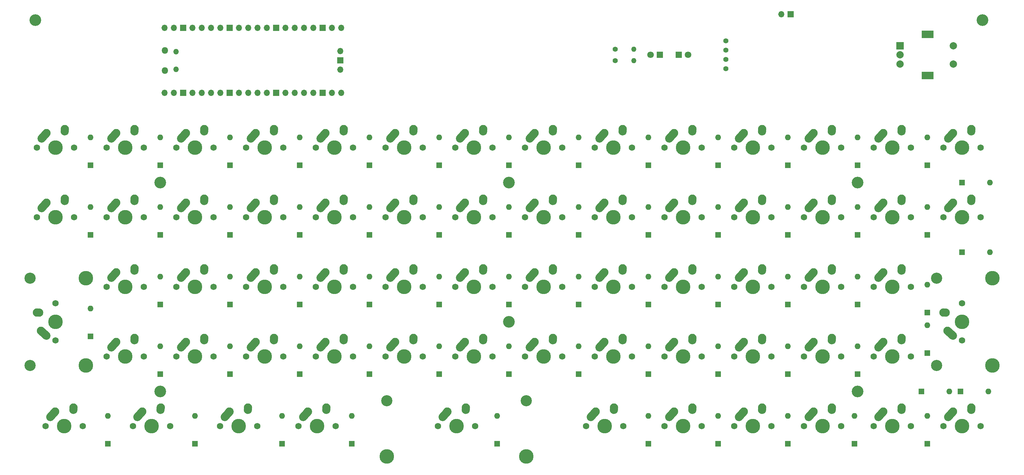
<source format=gbs>
%TF.GenerationSoftware,KiCad,Pcbnew,6.0.0~20210702.eff75b6+dfsg1-1*%
%TF.CreationDate,2021-07-18T18:47:19+02:00*%
%TF.ProjectId,keyboard,6b657962-6f61-4726-942e-6b696361645f,rev?*%
%TF.SameCoordinates,Original*%
%TF.FileFunction,Soldermask,Bot*%
%TF.FilePolarity,Negative*%
%FSLAX46Y46*%
G04 Gerber Fmt 4.6, Leading zero omitted, Abs format (unit mm)*
G04 Created by KiCad (PCBNEW 6.0.0~20210702.eff75b6+dfsg1-1) date 2021-07-18 18:47:19*
%MOMM*%
%LPD*%
G01*
G04 APERTURE LIST*
G04 Aperture macros list*
%AMHorizOval*
0 Thick line with rounded ends*
0 $1 width*
0 $2 $3 position (X,Y) of the first rounded end (center of the circle)*
0 $4 $5 position (X,Y) of the second rounded end (center of the circle)*
0 Add line between two ends*
20,1,$1,$2,$3,$4,$5,0*
0 Add two circle primitives to create the rounded ends*
1,1,$1,$2,$3*
1,1,$1,$4,$5*%
G04 Aperture macros list end*
%ADD10HorizOval,2.250000X0.020000X0.290000X-0.020000X-0.290000X0*%
%ADD11C,2.250000*%
%ADD12HorizOval,2.250000X0.655001X0.730000X-0.655001X-0.730000X0*%
%ADD13C,3.987800*%
%ADD14C,1.750000*%
%ADD15HorizOval,2.250000X-0.290000X0.020000X0.290000X-0.020000X0*%
%ADD16HorizOval,2.250000X-0.730000X0.655001X0.730000X-0.655001X0*%
%ADD17C,3.048000*%
%ADD18C,3.200000*%
%ADD19R,1.700000X1.700000*%
%ADD20O,1.700000X1.700000*%
%ADD21O,1.400000X1.400000*%
%ADD22C,1.400000*%
%ADD23R,1.800000X1.800000*%
%ADD24C,1.800000*%
%ADD25O,1.800000X1.800000*%
%ADD26O,1.500000X1.500000*%
%ADD27C,1.397000*%
%ADD28C,2.000000*%
%ADD29R,3.200000X2.000000*%
%ADD30R,2.000000X2.000000*%
%ADD31R,1.600000X1.600000*%
%ADD32O,1.600000X1.600000*%
G04 APERTURE END LIST*
D10*
%TO.C,K4_0*%
X193020000Y-233335000D03*
D11*
X193040000Y-233045000D03*
D12*
X187345001Y-234855000D03*
D13*
X190500000Y-238125000D03*
D11*
X188000000Y-234125000D03*
D14*
X185420000Y-238125000D03*
X195580000Y-238125000D03*
%TD*%
D15*
%TO.C,K3_13*%
X430978750Y-207030000D03*
D11*
X430688750Y-207010000D03*
D16*
X432498750Y-212704999D03*
D13*
X435768750Y-209550000D03*
D11*
X431768750Y-212050000D03*
D14*
X435768750Y-214630000D03*
X435768750Y-204470000D03*
D17*
X428783750Y-221488000D03*
X428783750Y-197612000D03*
D13*
X444023750Y-221488000D03*
X444023750Y-197612000D03*
%TD*%
D15*
%TO.C,K3_0*%
X183328750Y-207030000D03*
D11*
X183038750Y-207010000D03*
D16*
X184848750Y-212704999D03*
D13*
X188118750Y-209550000D03*
D11*
X184118750Y-212050000D03*
D14*
X188118750Y-214630000D03*
X188118750Y-204470000D03*
D17*
X181133750Y-221488000D03*
X181133750Y-197612000D03*
D13*
X196373750Y-221488000D03*
X196373750Y-197612000D03*
%TD*%
D18*
%TO.C,M3_8*%
X311943750Y-171450000D03*
%TD*%
D19*
%TO.C,SW2*%
X388937500Y-125412500D03*
D20*
X386397500Y-125412500D03*
%TD*%
D18*
%TO.C,M3_3*%
X216693750Y-171450000D03*
%TD*%
%TO.C,M3_4*%
X407193750Y-171450000D03*
%TD*%
%TO.C,M3_5*%
X311943750Y-209550000D03*
%TD*%
%TO.C,M3_7*%
X407193750Y-228600000D03*
%TD*%
%TO.C,M3_6*%
X216693750Y-228600000D03*
%TD*%
%TO.C,M3_2*%
X441325000Y-127000000D03*
%TD*%
%TO.C,M3_1*%
X182562500Y-127000000D03*
%TD*%
D21*
%TO.C,R2*%
X346075000Y-138112500D03*
D22*
X340995000Y-138112500D03*
%TD*%
%TO.C,R1*%
X340995000Y-134962500D03*
D21*
X346075000Y-134962500D03*
%TD*%
D23*
%TO.C,D2*%
X358337500Y-136525000D03*
D24*
X360877500Y-136525000D03*
%TD*%
D23*
%TO.C,D1*%
X353218750Y-136525000D03*
D24*
X350678750Y-136525000D03*
%TD*%
D14*
%TO.C,K0_5*%
X288448750Y-161925000D03*
X278288750Y-161925000D03*
D13*
X283368750Y-161925000D03*
D11*
X280868750Y-157925000D03*
D12*
X280213751Y-158655000D03*
D11*
X285908750Y-156845000D03*
D10*
X285888750Y-157135000D03*
%TD*%
D14*
%TO.C,K0_3*%
X250348750Y-161925000D03*
D13*
X245268750Y-161925000D03*
D14*
X240188750Y-161925000D03*
D11*
X242768750Y-157925000D03*
D12*
X242113751Y-158655000D03*
D11*
X247808750Y-156845000D03*
D10*
X247788750Y-157135000D03*
%TD*%
D20*
%TO.C,Pico1*%
X265906250Y-135509000D03*
D19*
X265906250Y-138049000D03*
D20*
X265906250Y-140589000D03*
X217876250Y-129159000D03*
X220416250Y-129159000D03*
D19*
X222956250Y-129159000D03*
D20*
X225496250Y-129159000D03*
X228036250Y-129159000D03*
X230576250Y-129159000D03*
X233116250Y-129159000D03*
D19*
X235656250Y-129159000D03*
D20*
X238196250Y-129159000D03*
X240736250Y-129159000D03*
X243276250Y-129159000D03*
X245816250Y-129159000D03*
D19*
X248356250Y-129159000D03*
D20*
X250896250Y-129159000D03*
X253436250Y-129159000D03*
X255976250Y-129159000D03*
X258516250Y-129159000D03*
D19*
X261056250Y-129159000D03*
D20*
X263596250Y-129159000D03*
X266136250Y-129159000D03*
X266136250Y-146939000D03*
X263596250Y-146939000D03*
D19*
X261056250Y-146939000D03*
D20*
X258516250Y-146939000D03*
X255976250Y-146939000D03*
X253436250Y-146939000D03*
X250896250Y-146939000D03*
D19*
X248356250Y-146939000D03*
D20*
X245816250Y-146939000D03*
X243276250Y-146939000D03*
X240736250Y-146939000D03*
X238196250Y-146939000D03*
D19*
X235656250Y-146939000D03*
D20*
X233116250Y-146939000D03*
X230576250Y-146939000D03*
X228036250Y-146939000D03*
X225496250Y-146939000D03*
D19*
X222956250Y-146939000D03*
D20*
X220416250Y-146939000D03*
X217876250Y-146939000D03*
D25*
X218006250Y-140774000D03*
D26*
X221036250Y-135624000D03*
D25*
X218006250Y-135324000D03*
D26*
X221036250Y-140474000D03*
%TD*%
D27*
%TO.C,OL1*%
X371207500Y-132715000D03*
X371207500Y-135255000D03*
X371207500Y-137795000D03*
X371207500Y-140335000D03*
%TD*%
D28*
%TO.C,SW1*%
X433346000Y-134025000D03*
X433346000Y-139025000D03*
D29*
X426346000Y-130925000D03*
X426346000Y-142125000D03*
D28*
X418846000Y-136525000D03*
X418846000Y-139025000D03*
D30*
X418846000Y-134025000D03*
%TD*%
D14*
%TO.C,K1_2*%
X231298750Y-180975000D03*
D13*
X226218750Y-180975000D03*
D14*
X221138750Y-180975000D03*
D11*
X223718750Y-176975000D03*
D12*
X223063751Y-177705000D03*
D10*
X228738750Y-176185000D03*
D11*
X228758750Y-175895000D03*
%TD*%
D13*
%TO.C,K4_1*%
X214312500Y-238125000D03*
D14*
X219392500Y-238125000D03*
X209232500Y-238125000D03*
D11*
X211812500Y-234125000D03*
D12*
X211157501Y-234855000D03*
D10*
X216832500Y-233335000D03*
D11*
X216852500Y-233045000D03*
%TD*%
D14*
%TO.C,K3_12*%
X411638750Y-219075000D03*
D13*
X416718750Y-219075000D03*
D14*
X421798750Y-219075000D03*
D12*
X413563751Y-215805000D03*
D11*
X414218750Y-215075000D03*
D10*
X419238750Y-214285000D03*
D11*
X419258750Y-213995000D03*
%TD*%
D14*
%TO.C,K3_6*%
X307498750Y-219075000D03*
X297338750Y-219075000D03*
D13*
X302418750Y-219075000D03*
D12*
X299263751Y-215805000D03*
D11*
X299918750Y-215075000D03*
D10*
X304938750Y-214285000D03*
D11*
X304958750Y-213995000D03*
%TD*%
D14*
%TO.C,K1_0*%
X183038750Y-180975000D03*
X193198750Y-180975000D03*
D13*
X188118750Y-180975000D03*
D12*
X184963751Y-177705000D03*
D11*
X185618750Y-176975000D03*
D10*
X190638750Y-176185000D03*
D11*
X190658750Y-175895000D03*
%TD*%
D14*
%TO.C,K3_9*%
X354488750Y-219075000D03*
D13*
X359568750Y-219075000D03*
D14*
X364648750Y-219075000D03*
D12*
X356413751Y-215805000D03*
D11*
X357068750Y-215075000D03*
D10*
X362088750Y-214285000D03*
D11*
X362108750Y-213995000D03*
%TD*%
D14*
%TO.C,K4_3*%
X233045000Y-238125000D03*
X243205000Y-238125000D03*
D13*
X238125000Y-238125000D03*
D12*
X234970001Y-234855000D03*
D11*
X235625000Y-234125000D03*
X240665000Y-233045000D03*
D10*
X240645000Y-233335000D03*
%TD*%
D13*
%TO.C,K0_12*%
X416718750Y-161925000D03*
D14*
X421798750Y-161925000D03*
X411638750Y-161925000D03*
D11*
X414218750Y-157925000D03*
D12*
X413563751Y-158655000D03*
D10*
X419238750Y-157135000D03*
D11*
X419258750Y-156845000D03*
%TD*%
D14*
%TO.C,K4_8*%
X333057500Y-238125000D03*
D13*
X338137500Y-238125000D03*
D14*
X343217500Y-238125000D03*
D11*
X335637500Y-234125000D03*
D12*
X334982501Y-234855000D03*
D10*
X340657500Y-233335000D03*
D11*
X340677500Y-233045000D03*
%TD*%
D14*
%TO.C,K3_1*%
X212248750Y-219075000D03*
X202088750Y-219075000D03*
D13*
X207168750Y-219075000D03*
D11*
X204668750Y-215075000D03*
D12*
X204013751Y-215805000D03*
D10*
X209688750Y-214285000D03*
D11*
X209708750Y-213995000D03*
%TD*%
D14*
%TO.C,K1_1*%
X202088750Y-180975000D03*
X212248750Y-180975000D03*
D13*
X207168750Y-180975000D03*
D11*
X204668750Y-176975000D03*
D12*
X204013751Y-177705000D03*
D10*
X209688750Y-176185000D03*
D11*
X209708750Y-175895000D03*
%TD*%
D14*
%TO.C,K4_10*%
X373538750Y-238125000D03*
D13*
X378618750Y-238125000D03*
D14*
X383698750Y-238125000D03*
D12*
X375463751Y-234855000D03*
D11*
X376118750Y-234125000D03*
D10*
X381138750Y-233335000D03*
D11*
X381158750Y-233045000D03*
%TD*%
D14*
%TO.C,K2_2*%
X221138750Y-200025000D03*
X231298750Y-200025000D03*
D13*
X226218750Y-200025000D03*
D11*
X223718750Y-196025000D03*
D12*
X223063751Y-196755000D03*
D11*
X228758750Y-194945000D03*
D10*
X228738750Y-195235000D03*
%TD*%
D14*
%TO.C,K3_2*%
X221138750Y-219075000D03*
X231298750Y-219075000D03*
D13*
X226218750Y-219075000D03*
D12*
X223063751Y-215805000D03*
D11*
X223718750Y-215075000D03*
X228758750Y-213995000D03*
D10*
X228738750Y-214285000D03*
%TD*%
D14*
%TO.C,K3_8*%
X345598750Y-219075000D03*
X335438750Y-219075000D03*
D13*
X340518750Y-219075000D03*
D11*
X338018750Y-215075000D03*
D12*
X337363751Y-215805000D03*
D10*
X343038750Y-214285000D03*
D11*
X343058750Y-213995000D03*
%TD*%
D14*
%TO.C,K1_5*%
X288448750Y-180975000D03*
X278288750Y-180975000D03*
D13*
X283368750Y-180975000D03*
D11*
X280868750Y-176975000D03*
D12*
X280213751Y-177705000D03*
D11*
X285908750Y-175895000D03*
D10*
X285888750Y-176185000D03*
%TD*%
D13*
%TO.C,K4_13*%
X435768750Y-238125000D03*
D14*
X440848750Y-238125000D03*
X430688750Y-238125000D03*
D11*
X433268750Y-234125000D03*
D12*
X432613751Y-234855000D03*
D11*
X438308750Y-233045000D03*
D10*
X438288750Y-233335000D03*
%TD*%
D13*
%TO.C,K1_4*%
X264318750Y-180975000D03*
D14*
X269398750Y-180975000D03*
X259238750Y-180975000D03*
D11*
X261818750Y-176975000D03*
D12*
X261163751Y-177705000D03*
D10*
X266838750Y-176185000D03*
D11*
X266858750Y-175895000D03*
%TD*%
D14*
%TO.C,K1_12*%
X411638750Y-180975000D03*
X421798750Y-180975000D03*
D13*
X416718750Y-180975000D03*
D11*
X414218750Y-176975000D03*
D12*
X413563751Y-177705000D03*
D11*
X419258750Y-175895000D03*
D10*
X419238750Y-176185000D03*
%TD*%
D14*
%TO.C,K2_1*%
X202088750Y-200025000D03*
D13*
X207168750Y-200025000D03*
D14*
X212248750Y-200025000D03*
D12*
X204013751Y-196755000D03*
D11*
X204668750Y-196025000D03*
X209708750Y-194945000D03*
D10*
X209688750Y-195235000D03*
%TD*%
D14*
%TO.C,K2_8*%
X335438750Y-200025000D03*
X345598750Y-200025000D03*
D13*
X340518750Y-200025000D03*
D11*
X338018750Y-196025000D03*
D12*
X337363751Y-196755000D03*
D10*
X343038750Y-195235000D03*
D11*
X343058750Y-194945000D03*
%TD*%
D14*
%TO.C,K4_11*%
X402748750Y-238125000D03*
X392588750Y-238125000D03*
D13*
X397668750Y-238125000D03*
D12*
X394513751Y-234855000D03*
D11*
X395168750Y-234125000D03*
D10*
X400188750Y-233335000D03*
D11*
X400208750Y-233045000D03*
%TD*%
D13*
%TO.C,K3_11*%
X397668750Y-219075000D03*
D14*
X392588750Y-219075000D03*
X402748750Y-219075000D03*
D11*
X395168750Y-215075000D03*
D12*
X394513751Y-215805000D03*
D11*
X400208750Y-213995000D03*
D10*
X400188750Y-214285000D03*
%TD*%
D13*
%TO.C,K0_2*%
X226218750Y-161925000D03*
D14*
X231298750Y-161925000D03*
X221138750Y-161925000D03*
D12*
X223063751Y-158655000D03*
D11*
X223718750Y-157925000D03*
X228758750Y-156845000D03*
D10*
X228738750Y-157135000D03*
%TD*%
D14*
%TO.C,K2_4*%
X259238750Y-200025000D03*
D13*
X264318750Y-200025000D03*
D14*
X269398750Y-200025000D03*
D12*
X261163751Y-196755000D03*
D11*
X261818750Y-196025000D03*
X266858750Y-194945000D03*
D10*
X266838750Y-195235000D03*
%TD*%
D14*
%TO.C,K3_10*%
X383698750Y-219075000D03*
X373538750Y-219075000D03*
D13*
X378618750Y-219075000D03*
D12*
X375463751Y-215805000D03*
D11*
X376118750Y-215075000D03*
D10*
X381138750Y-214285000D03*
D11*
X381158750Y-213995000D03*
%TD*%
D14*
%TO.C,K2_10*%
X383698750Y-200025000D03*
D13*
X378618750Y-200025000D03*
D14*
X373538750Y-200025000D03*
D12*
X375463751Y-196755000D03*
D11*
X376118750Y-196025000D03*
D10*
X381138750Y-195235000D03*
D11*
X381158750Y-194945000D03*
%TD*%
D14*
%TO.C,K0_10*%
X383698750Y-161925000D03*
D13*
X378618750Y-161925000D03*
D14*
X373538750Y-161925000D03*
D12*
X375463751Y-158655000D03*
D11*
X376118750Y-157925000D03*
D10*
X381138750Y-157135000D03*
D11*
X381158750Y-156845000D03*
%TD*%
D13*
%TO.C,K3_5*%
X283368750Y-219075000D03*
D14*
X278288750Y-219075000D03*
X288448750Y-219075000D03*
D12*
X280213751Y-215805000D03*
D11*
X280868750Y-215075000D03*
D10*
X285888750Y-214285000D03*
D11*
X285908750Y-213995000D03*
%TD*%
D14*
%TO.C,K0_0*%
X183038750Y-161925000D03*
D13*
X188118750Y-161925000D03*
D14*
X193198750Y-161925000D03*
D11*
X185618750Y-157925000D03*
D12*
X184963751Y-158655000D03*
D10*
X190638750Y-157135000D03*
D11*
X190658750Y-156845000D03*
%TD*%
D13*
%TO.C,K4_6*%
X278606250Y-246380000D03*
D14*
X302736250Y-238125000D03*
X292576250Y-238125000D03*
D17*
X316706250Y-231140000D03*
D13*
X297656250Y-238125000D03*
X316706250Y-246380000D03*
D17*
X278606250Y-231140000D03*
D11*
X295156250Y-234125000D03*
D12*
X294501251Y-234855000D03*
D11*
X300196250Y-233045000D03*
D10*
X300176250Y-233335000D03*
%TD*%
D13*
%TO.C,K4_12*%
X416718750Y-238125000D03*
D14*
X421798750Y-238125000D03*
X411638750Y-238125000D03*
D12*
X413563751Y-234855000D03*
D11*
X414218750Y-234125000D03*
X419258750Y-233045000D03*
D10*
X419238750Y-233335000D03*
%TD*%
D14*
%TO.C,K0_13*%
X430688750Y-161925000D03*
D13*
X435768750Y-161925000D03*
D14*
X440848750Y-161925000D03*
D11*
X433268750Y-157925000D03*
D12*
X432613751Y-158655000D03*
D11*
X438308750Y-156845000D03*
D10*
X438288750Y-157135000D03*
%TD*%
D14*
%TO.C,K0_4*%
X269398750Y-161925000D03*
D13*
X264318750Y-161925000D03*
D14*
X259238750Y-161925000D03*
D11*
X261818750Y-157925000D03*
D12*
X261163751Y-158655000D03*
D11*
X266858750Y-156845000D03*
D10*
X266838750Y-157135000D03*
%TD*%
D13*
%TO.C,K1_7*%
X321468750Y-180975000D03*
D14*
X316388750Y-180975000D03*
X326548750Y-180975000D03*
D11*
X318968750Y-176975000D03*
D12*
X318313751Y-177705000D03*
D10*
X323988750Y-176185000D03*
D11*
X324008750Y-175895000D03*
%TD*%
D14*
%TO.C,K1_10*%
X383698750Y-180975000D03*
X373538750Y-180975000D03*
D13*
X378618750Y-180975000D03*
D11*
X376118750Y-176975000D03*
D12*
X375463751Y-177705000D03*
D11*
X381158750Y-175895000D03*
D10*
X381138750Y-176185000D03*
%TD*%
D14*
%TO.C,K3_7*%
X316388750Y-219075000D03*
D13*
X321468750Y-219075000D03*
D14*
X326548750Y-219075000D03*
D11*
X318968750Y-215075000D03*
D12*
X318313751Y-215805000D03*
D10*
X323988750Y-214285000D03*
D11*
X324008750Y-213995000D03*
%TD*%
D14*
%TO.C,K2_12*%
X411638750Y-200025000D03*
D13*
X416718750Y-200025000D03*
D14*
X421798750Y-200025000D03*
D11*
X414218750Y-196025000D03*
D12*
X413563751Y-196755000D03*
D11*
X419258750Y-194945000D03*
D10*
X419238750Y-195235000D03*
%TD*%
D13*
%TO.C,K2_9*%
X359568750Y-200025000D03*
D14*
X354488750Y-200025000D03*
X364648750Y-200025000D03*
D12*
X356413751Y-196755000D03*
D11*
X357068750Y-196025000D03*
X362108750Y-194945000D03*
D10*
X362088750Y-195235000D03*
%TD*%
D14*
%TO.C,K3_4*%
X259238750Y-219075000D03*
D13*
X264318750Y-219075000D03*
D14*
X269398750Y-219075000D03*
D11*
X261818750Y-215075000D03*
D12*
X261163751Y-215805000D03*
D11*
X266858750Y-213995000D03*
D10*
X266838750Y-214285000D03*
%TD*%
D13*
%TO.C,K0_9*%
X359568750Y-161925000D03*
D14*
X364648750Y-161925000D03*
X354488750Y-161925000D03*
D11*
X357068750Y-157925000D03*
D12*
X356413751Y-158655000D03*
D11*
X362108750Y-156845000D03*
D10*
X362088750Y-157135000D03*
%TD*%
D14*
%TO.C,K0_7*%
X316388750Y-161925000D03*
X326548750Y-161925000D03*
D13*
X321468750Y-161925000D03*
D12*
X318313751Y-158655000D03*
D11*
X318968750Y-157925000D03*
X324008750Y-156845000D03*
D10*
X323988750Y-157135000D03*
%TD*%
D14*
%TO.C,K2_6*%
X297338750Y-200025000D03*
X307498750Y-200025000D03*
D13*
X302418750Y-200025000D03*
D12*
X299263751Y-196755000D03*
D11*
X299918750Y-196025000D03*
D10*
X304938750Y-195235000D03*
D11*
X304958750Y-194945000D03*
%TD*%
D14*
%TO.C,K0_8*%
X335438750Y-161925000D03*
X345598750Y-161925000D03*
D13*
X340518750Y-161925000D03*
D12*
X337363751Y-158655000D03*
D11*
X338018750Y-157925000D03*
D10*
X343038750Y-157135000D03*
D11*
X343058750Y-156845000D03*
%TD*%
D13*
%TO.C,K2_7*%
X321468750Y-200025000D03*
D14*
X326548750Y-200025000D03*
X316388750Y-200025000D03*
D12*
X318313751Y-196755000D03*
D11*
X318968750Y-196025000D03*
X324008750Y-194945000D03*
D10*
X323988750Y-195235000D03*
%TD*%
D14*
%TO.C,K4_4*%
X264636250Y-238125000D03*
D13*
X259556250Y-238125000D03*
D14*
X254476250Y-238125000D03*
D12*
X256401251Y-234855000D03*
D11*
X257056250Y-234125000D03*
X262096250Y-233045000D03*
D10*
X262076250Y-233335000D03*
%TD*%
D13*
%TO.C,K1_8*%
X340518750Y-180975000D03*
D14*
X345598750Y-180975000D03*
X335438750Y-180975000D03*
D12*
X337363751Y-177705000D03*
D11*
X338018750Y-176975000D03*
X343058750Y-175895000D03*
D10*
X343038750Y-176185000D03*
%TD*%
D13*
%TO.C,K1_3*%
X245268750Y-180975000D03*
D14*
X250348750Y-180975000D03*
X240188750Y-180975000D03*
D11*
X242768750Y-176975000D03*
D12*
X242113751Y-177705000D03*
D11*
X247808750Y-175895000D03*
D10*
X247788750Y-176185000D03*
%TD*%
D14*
%TO.C,K1_9*%
X354488750Y-180975000D03*
D13*
X359568750Y-180975000D03*
D14*
X364648750Y-180975000D03*
D11*
X357068750Y-176975000D03*
D12*
X356413751Y-177705000D03*
D10*
X362088750Y-176185000D03*
D11*
X362108750Y-175895000D03*
%TD*%
D14*
%TO.C,K2_11*%
X392588750Y-200025000D03*
D13*
X397668750Y-200025000D03*
D14*
X402748750Y-200025000D03*
D11*
X395168750Y-196025000D03*
D12*
X394513751Y-196755000D03*
D10*
X400188750Y-195235000D03*
D11*
X400208750Y-194945000D03*
%TD*%
D13*
%TO.C,K0_1*%
X207168750Y-161925000D03*
D14*
X212248750Y-161925000D03*
X202088750Y-161925000D03*
D11*
X204668750Y-157925000D03*
D12*
X204013751Y-158655000D03*
D11*
X209708750Y-156845000D03*
D10*
X209688750Y-157135000D03*
%TD*%
D13*
%TO.C,K1_11*%
X397668750Y-180975000D03*
D14*
X392588750Y-180975000D03*
X402748750Y-180975000D03*
D11*
X395168750Y-176975000D03*
D12*
X394513751Y-177705000D03*
D10*
X400188750Y-176185000D03*
D11*
X400208750Y-175895000D03*
%TD*%
D14*
%TO.C,K2_3*%
X250348750Y-200025000D03*
D13*
X245268750Y-200025000D03*
D14*
X240188750Y-200025000D03*
D11*
X242768750Y-196025000D03*
D12*
X242113751Y-196755000D03*
D11*
X247808750Y-194945000D03*
D10*
X247788750Y-195235000D03*
%TD*%
D13*
%TO.C,K3_3*%
X245268750Y-219075000D03*
D14*
X240188750Y-219075000D03*
X250348750Y-219075000D03*
D11*
X242768750Y-215075000D03*
D12*
X242113751Y-215805000D03*
D11*
X247808750Y-213995000D03*
D10*
X247788750Y-214285000D03*
%TD*%
D14*
%TO.C,K2_5*%
X278288750Y-200025000D03*
X288448750Y-200025000D03*
D13*
X283368750Y-200025000D03*
D12*
X280213751Y-196755000D03*
D11*
X280868750Y-196025000D03*
X285908750Y-194945000D03*
D10*
X285888750Y-195235000D03*
%TD*%
D14*
%TO.C,K1_13*%
X440848750Y-180975000D03*
D13*
X435768750Y-180975000D03*
D14*
X430688750Y-180975000D03*
D11*
X433268750Y-176975000D03*
D12*
X432613751Y-177705000D03*
D11*
X438308750Y-175895000D03*
D10*
X438288750Y-176185000D03*
%TD*%
D14*
%TO.C,K0_11*%
X402748750Y-161925000D03*
D13*
X397668750Y-161925000D03*
D14*
X392588750Y-161925000D03*
D12*
X394513751Y-158655000D03*
D11*
X395168750Y-157925000D03*
X400208750Y-156845000D03*
D10*
X400188750Y-157135000D03*
%TD*%
D13*
%TO.C,K0_6*%
X302418750Y-161925000D03*
D14*
X307498750Y-161925000D03*
X297338750Y-161925000D03*
D12*
X299263751Y-158655000D03*
D11*
X299918750Y-157925000D03*
D10*
X304938750Y-157135000D03*
D11*
X304958750Y-156845000D03*
%TD*%
D13*
%TO.C,K4_9*%
X359568750Y-238125000D03*
D14*
X364648750Y-238125000D03*
X354488750Y-238125000D03*
D12*
X356413751Y-234855000D03*
D11*
X357068750Y-234125000D03*
X362108750Y-233045000D03*
D10*
X362088750Y-233335000D03*
%TD*%
D14*
%TO.C,K1_6*%
X307498750Y-180975000D03*
D13*
X302418750Y-180975000D03*
D14*
X297338750Y-180975000D03*
D11*
X299918750Y-176975000D03*
D12*
X299263751Y-177705000D03*
D10*
X304938750Y-176185000D03*
D11*
X304958750Y-175895000D03*
%TD*%
D31*
%TO.C,D0_0*%
X197643750Y-166687500D03*
D32*
X197643750Y-159067500D03*
%TD*%
D31*
%TO.C,D0_13*%
X435768750Y-171450000D03*
D32*
X443388750Y-171450000D03*
%TD*%
D31*
%TO.C,D0_12*%
X426243750Y-166687500D03*
D32*
X426243750Y-159067500D03*
%TD*%
D31*
%TO.C,D0_10*%
X388143750Y-166687500D03*
D32*
X388143750Y-159067500D03*
%TD*%
D31*
%TO.C,D0_9*%
X369093750Y-166687500D03*
D32*
X369093750Y-159067500D03*
%TD*%
D31*
%TO.C,D0_8*%
X350043750Y-166687500D03*
D32*
X350043750Y-159067500D03*
%TD*%
D31*
%TO.C,D0_7*%
X330993750Y-166687500D03*
D32*
X330993750Y-159067500D03*
%TD*%
D31*
%TO.C,D0_5*%
X292893750Y-166687500D03*
D32*
X292893750Y-159067500D03*
%TD*%
D31*
%TO.C,D0_4*%
X273843750Y-166687500D03*
D32*
X273843750Y-159067500D03*
%TD*%
D31*
%TO.C,D0_3*%
X254793750Y-166687500D03*
D32*
X254793750Y-159067500D03*
%TD*%
D31*
%TO.C,D0_2*%
X235743750Y-166687500D03*
D32*
X235743750Y-159067500D03*
%TD*%
D31*
%TO.C,D1_1*%
X216693750Y-185737500D03*
D32*
X216693750Y-178117500D03*
%TD*%
D31*
%TO.C,D1_0*%
X197643750Y-185737500D03*
D32*
X197643750Y-178117500D03*
%TD*%
D31*
%TO.C,D1_2*%
X235743750Y-185737500D03*
D32*
X235743750Y-178117500D03*
%TD*%
D31*
%TO.C,D1_3*%
X254793750Y-185737500D03*
D32*
X254793750Y-178117500D03*
%TD*%
D31*
%TO.C,D1_4*%
X273843750Y-185737500D03*
D32*
X273843750Y-178117500D03*
%TD*%
D31*
%TO.C,D1_6*%
X311943750Y-185737500D03*
D32*
X311943750Y-178117500D03*
%TD*%
D31*
%TO.C,D1_12*%
X426243750Y-185737500D03*
D32*
X426243750Y-178117500D03*
%TD*%
D31*
%TO.C,D1_11*%
X407193750Y-185737500D03*
D32*
X407193750Y-178117500D03*
%TD*%
D31*
%TO.C,D1_10*%
X388143750Y-185737500D03*
D32*
X388143750Y-178117500D03*
%TD*%
D31*
%TO.C,D1_8*%
X350043750Y-185737500D03*
D32*
X350043750Y-178117500D03*
%TD*%
D31*
%TO.C,D1_7*%
X330993750Y-185737500D03*
D32*
X330993750Y-178117500D03*
%TD*%
D31*
%TO.C,D1_9*%
X369093750Y-185737500D03*
D32*
X369093750Y-178117500D03*
%TD*%
D31*
%TO.C,D1_5*%
X292893750Y-185737500D03*
D32*
X292893750Y-178117500D03*
%TD*%
D31*
%TO.C,D2_6*%
X311943750Y-204787500D03*
D32*
X311943750Y-197167500D03*
%TD*%
D31*
%TO.C,D2_7*%
X330993750Y-204787500D03*
D32*
X330993750Y-197167500D03*
%TD*%
D31*
%TO.C,D2_8*%
X350043750Y-204787500D03*
D32*
X350043750Y-197167500D03*
%TD*%
D31*
%TO.C,D2_9*%
X369093750Y-204787500D03*
D32*
X369093750Y-197167500D03*
%TD*%
D31*
%TO.C,D2_10*%
X388143750Y-204787500D03*
D32*
X388143750Y-197167500D03*
%TD*%
D31*
%TO.C,D2_11*%
X407193750Y-204787500D03*
D32*
X407193750Y-197167500D03*
%TD*%
D31*
%TO.C,D2_12*%
X426243750Y-207010000D03*
D32*
X426243750Y-199390000D03*
%TD*%
D31*
%TO.C,D2_5*%
X292893750Y-204787500D03*
D32*
X292893750Y-197167500D03*
%TD*%
D31*
%TO.C,D2_4*%
X273843750Y-204787500D03*
D32*
X273843750Y-197167500D03*
%TD*%
D31*
%TO.C,D2_3*%
X254793750Y-204787500D03*
D32*
X254793750Y-197167500D03*
%TD*%
D31*
%TO.C,D2_2*%
X235743750Y-204787500D03*
D32*
X235743750Y-197167500D03*
%TD*%
D31*
%TO.C,D2_1*%
X216693750Y-204787500D03*
D32*
X216693750Y-197167500D03*
%TD*%
D31*
%TO.C,D3_0*%
X197643750Y-213518750D03*
D32*
X197643750Y-205898750D03*
%TD*%
D31*
%TO.C,D3_3*%
X254793750Y-223837500D03*
D32*
X254793750Y-216217500D03*
%TD*%
D31*
%TO.C,D3_13*%
X424656250Y-228600000D03*
D32*
X432276250Y-228600000D03*
%TD*%
D31*
%TO.C,D3_12*%
X426243750Y-218122500D03*
D32*
X426243750Y-210502500D03*
%TD*%
D31*
%TO.C,D3_11*%
X407193750Y-223837500D03*
D32*
X407193750Y-216217500D03*
%TD*%
D31*
%TO.C,D3_9*%
X369093750Y-223837500D03*
D32*
X369093750Y-216217500D03*
%TD*%
D31*
%TO.C,D3_8*%
X350043750Y-223837500D03*
D32*
X350043750Y-216217500D03*
%TD*%
D31*
%TO.C,D3_7*%
X330993750Y-223837500D03*
D32*
X330993750Y-216217500D03*
%TD*%
D31*
%TO.C,D3_6*%
X311943750Y-223837500D03*
D32*
X311943750Y-216217500D03*
%TD*%
D31*
%TO.C,D3_4*%
X273843750Y-223837500D03*
D32*
X273843750Y-216217500D03*
%TD*%
D31*
%TO.C,D3_1*%
X216693750Y-223837500D03*
D32*
X216693750Y-216217500D03*
%TD*%
D31*
%TO.C,D4_13*%
X435292500Y-228600000D03*
D32*
X442912500Y-228600000D03*
%TD*%
D31*
%TO.C,D4_1*%
X226218750Y-242887500D03*
D32*
X226218750Y-235267500D03*
%TD*%
D31*
%TO.C,D4_3*%
X250031250Y-242887500D03*
D32*
X250031250Y-235267500D03*
%TD*%
D31*
%TO.C,D4_4*%
X269081250Y-242887500D03*
D32*
X269081250Y-235267500D03*
%TD*%
D31*
%TO.C,D4_6*%
X308768750Y-242887500D03*
D32*
X308768750Y-235267500D03*
%TD*%
D31*
%TO.C,D4_8*%
X350043750Y-242887500D03*
D32*
X350043750Y-235267500D03*
%TD*%
D31*
%TO.C,D4_9*%
X369093750Y-242887500D03*
D32*
X369093750Y-235267500D03*
%TD*%
D31*
%TO.C,D4_10*%
X388143750Y-242887500D03*
D32*
X388143750Y-235267500D03*
%TD*%
D31*
%TO.C,D4_11*%
X406400000Y-242887500D03*
D32*
X406400000Y-235267500D03*
%TD*%
D31*
%TO.C,D4_12*%
X426243750Y-242887500D03*
D32*
X426243750Y-235267500D03*
%TD*%
D31*
%TO.C,D0_11*%
X407193750Y-166687500D03*
D32*
X407193750Y-159067500D03*
%TD*%
D31*
%TO.C,D0_6*%
X311943750Y-166687500D03*
D32*
X311943750Y-159067500D03*
%TD*%
D31*
%TO.C,D3_2*%
X235743750Y-223837500D03*
D32*
X235743750Y-216217500D03*
%TD*%
D31*
%TO.C,D1_13*%
X435768750Y-190500000D03*
D32*
X443388750Y-190500000D03*
%TD*%
D31*
%TO.C,D3_10*%
X388143750Y-223837500D03*
D32*
X388143750Y-216217500D03*
%TD*%
D31*
%TO.C,D0_1*%
X216693750Y-166687500D03*
D32*
X216693750Y-159067500D03*
%TD*%
D31*
%TO.C,D4_0*%
X202406250Y-242887500D03*
D32*
X202406250Y-235267500D03*
%TD*%
D31*
%TO.C,D3_5*%
X292893750Y-223837500D03*
D32*
X292893750Y-216217500D03*
%TD*%
M02*

</source>
